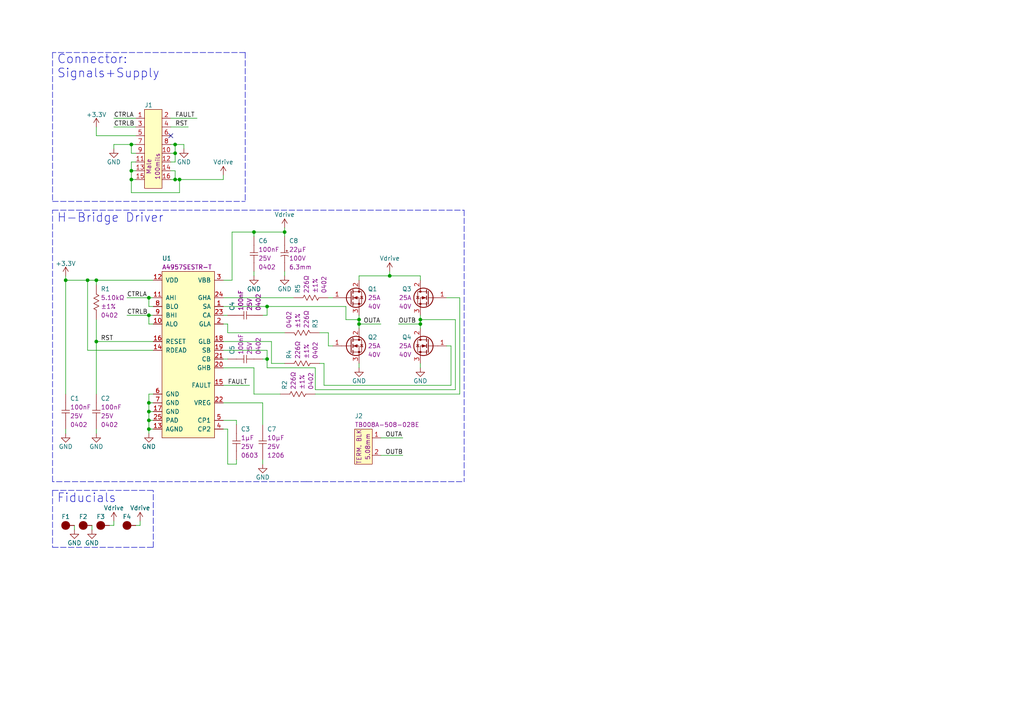
<source format=kicad_sch>
(kicad_sch (version 20211123) (generator eeschema)
  (paper "A4")
  (title_block (title "${title}") (date "${year}-${month}-${day}") (rev "${rev}") (company "${company}") (comment 1 "${author}"))
  (lib_symbols
    (symbol "FID_1X1_1" (pin_numbers hide) (pin_names (offset 1.016) hide) (in_bom no)
      (property "Reference" "F" (at 0 2.54 0))
      (symbol "FID_1X1_1_0_1"
        (circle (center 0 0) (radius 0.635) (stroke (width 1.27)))
      )
      (symbol "FID_1X1_1_1_1"
        (pin input line (at 2.54 0 180) (length 2.54) (name "1") (number "1"))
      )
    )
    (symbol "FID_1X1_2" (pin_numbers hide) (pin_names (offset 1.016) hide) (in_bom no)
      (property "Reference" "F" (at 0 2.54 0))
      (symbol "FID_1X1_2_0_1"
        (circle (center 0 0) (radius 0.635) (stroke (width 1.27)))
      )
      (symbol "FID_1X1_2_1_1"
        (pin input line (at 2.54 0 180) (length 2.54) (name "1") (number "1"))
      )
    )
    (symbol "FID_1X1_3" (pin_numbers hide) (pin_names (offset 1.016) hide) (in_bom no)
      (property "Reference" "F" (at 0 2.54 0))
      (symbol "FID_1X1_3_0_1"
        (circle (center 0 0) (radius 0.635) (stroke (width 1.27)))
      )
      (symbol "FID_1X1_3_1_1"
        (pin input line (at 2.54 0 180) (length 2.54) (name "1") (number "1"))
      )
    )
    (symbol "connaxio-capacitors:CAP_AE_22UF_100V_TH_6.3MM" (pin_numbers hide) (pin_names (offset 1.016) hide)
      (property "Reference" "C" (at 1.27 3.81 0))
      (property "Property" "22µF" (at 1.27 1.27 0))
      (property "Package" "6.3mm" (at 1.27 -3.81 0))
      (property "Voltage" "100V" (at 1.27 -1.27 0))
      (symbol "CAP_AE_22UF_100V_TH_6.3MM_0_1"
        (polyline (pts (xy -1.143 0.381) (xy 1.143 0.381)))
        (polyline (pts (xy 0 -2.54) (xy 0 -0.381)))
        (polyline (pts (xy 0 2.54) (xy 0 0.381)))
        (polyline (pts (xy 0.381 0.889) (xy 0.889 0.889)))
        (polyline (pts (xy 0.635 0.635) (xy 0.635 1.143)))
        (arc (start 1.143 -0.635) (mid 0 -0.378) (end -1.143 -0.635))
      )
      (symbol "CAP_AE_22UF_100V_TH_6.3MM_1_0"
        (pin passive line (at 0 -5.08 90) (length 2.54) (name "2") (number "2"))
      )
      (symbol "CAP_AE_22UF_100V_TH_6.3MM_1_1"
        (pin passive line (at 0 5.08 270) (length 2.54) (name "1") (number "1"))
      )
    )
    (symbol "connaxio-capacitors:CAP_CER_100NF_25V_0402" (pin_numbers hide) (pin_names (offset 1.016) hide)
      (property "Reference" "C" (at 1.27 3.81 0))
      (property "Property" "100nF" (at 1.27 1.27 0))
      (property "Package" "0402" (at 1.27 -3.81 0))
      (property "Voltage" "25V" (at 1.27 -1.27 0))
      (symbol "CAP_CER_100NF_25V_0402_0_1"
        (polyline (pts (xy -1.143 0.381) (xy 1.143 0.381)))
        (polyline (pts (xy 0 -2.54) (xy 0 -0.381)))
        (polyline (pts (xy 0 2.54) (xy 0 0.381)))
        (polyline (pts (xy 1.143 -0.381) (xy -1.143 -0.381)))
      )
      (symbol "CAP_CER_100NF_25V_0402_1_0"
        (pin passive line (at 0 -5.08 90) (length 2.54) (name "2") (number "2"))
      )
      (symbol "CAP_CER_100NF_25V_0402_1_1"
        (pin passive line (at 0 5.08 270) (length 2.54) (name "1") (number "1"))
      )
    )
    (symbol "connaxio-capacitors:CAP_CER_10UF_25V_1206" (pin_numbers hide) (pin_names (offset 1.016) hide)
      (property "Reference" "C" (at 1.27 3.81 0))
      (property "Property" "10µF" (at 1.27 1.27 0))
      (property "Package" "1206" (at 1.27 -3.81 0))
      (property "Voltage" "25V" (at 1.27 -1.27 0))
      (symbol "CAP_CER_10UF_25V_1206_0_1"
        (polyline (pts (xy -1.143 0.381) (xy 1.143 0.381)))
        (polyline (pts (xy 0 -2.54) (xy 0 -0.381)))
        (polyline (pts (xy 0 2.54) (xy 0 0.381)))
        (polyline (pts (xy 1.143 -0.381) (xy -1.143 -0.381)))
      )
      (symbol "CAP_CER_10UF_25V_1206_1_0"
        (pin passive line (at 0 -5.08 90) (length 2.54) (name "2") (number "2"))
      )
      (symbol "CAP_CER_10UF_25V_1206_1_1"
        (pin passive line (at 0 5.08 270) (length 2.54) (name "1") (number "1"))
      )
    )
    (symbol "connaxio-capacitors:CAP_CER_1UF_25V_0603" (pin_numbers hide) (pin_names (offset 1.016) hide)
      (property "Reference" "C" (at 1.27 3.81 0))
      (property "Property" "1µF" (at 1.27 1.27 0))
      (property "Package" "0603" (at 1.27 -3.81 0))
      (property "Voltage" "25V" (at 1.27 -1.27 0))
      (symbol "CAP_CER_1UF_25V_0603_0_1"
        (polyline (pts (xy -1.143 0.381) (xy 1.143 0.381)))
        (polyline (pts (xy 0 -2.54) (xy 0 -0.381)))
        (polyline (pts (xy 0 2.54) (xy 0 0.381)))
        (polyline (pts (xy 1.143 -0.381) (xy -1.143 -0.381)))
      )
      (symbol "CAP_CER_1UF_25V_0603_1_0"
        (pin passive line (at 0 -5.08 90) (length 2.54) (name "2") (number "2"))
      )
      (symbol "CAP_CER_1UF_25V_0603_1_1"
        (pin passive line (at 0 5.08 270) (length 2.54) (name "1") (number "1"))
      )
    )
    (symbol "connaxio-connectors:CON_HDR_100MILS_M_TH_2X8" (pin_names (offset 1.27) hide)
      (property "Reference" "J" (at 0 1.27 0))
      (property "Property" "100mils" (at 3.81 -16.51 90))
      (property "Note" "Male" (at 1.27 -16.51 90))
      (symbol "CON_HDR_100MILS_M_TH_2X8_0_1"
        (rectangle (start 0 0) (end 5.08 -22.86) (fill (type background)))
      )
      (symbol "CON_HDR_100MILS_M_TH_2X8_1_1"
        (pin passive line (at -2.54 -2.54 0) (length 2.54) (name "1") (number "1"))
        (pin passive line (at 7.62 -12.7 180) (length 2.54) (name "10") (number "10"))
        (pin passive line (at -2.54 -15.24 0) (length 2.54) (name "11") (number "11"))
        (pin passive line (at 7.62 -15.24 180) (length 2.54) (name "12") (number "12"))
        (pin passive line (at -2.54 -17.78 0) (length 2.54) (name "13") (number "13"))
        (pin passive line (at 7.62 -17.78 180) (length 2.54) (name "14") (number "14"))
        (pin passive line (at -2.54 -20.32 0) (length 2.54) (name "15") (number "15"))
        (pin passive line (at 7.62 -20.32 180) (length 2.54) (name "16") (number "16"))
        (pin passive line (at 7.62 -2.54 180) (length 2.54) (name "2") (number "2"))
        (pin passive line (at -2.54 -5.08 0) (length 2.54) (name "3") (number "3"))
        (pin passive line (at 7.62 -5.08 180) (length 2.54) (name "4") (number "4"))
        (pin passive line (at -2.54 -7.62 0) (length 2.54) (name "5") (number "5"))
        (pin passive line (at 7.62 -7.62 180) (length 2.54) (name "6") (number "6"))
        (pin passive line (at -2.54 -10.16 0) (length 2.54) (name "7") (number "7"))
        (pin passive line (at 7.62 -10.16 180) (length 2.54) (name "8") (number "8"))
        (pin passive line (at -2.54 -12.7 0) (length 2.54) (name "9") (number "9"))
      )
    )
    (symbol "connaxio-connectors:CON_TERM_BLK_1X2_TB008A-508-02BE" (pin_names (offset 1.27) hide)
      (property "Reference" "J" (at 0 3.81 0))
      (property "Manufacturer Part Number" "TB008A-508-02BE" (at 0 1.27 0))
      (property "Note" "TERM. BLK" (at 1.27 -5.08 90))
      (property "Property" "5.08mm" (at 3.81 -5.08 90))
      (symbol "CON_TERM_BLK_1X2_TB008A-508-02BE_0_1"
        (rectangle (start 0 0) (end 5.08 -10.16) (fill (type background)))
      )
      (symbol "CON_TERM_BLK_1X2_TB008A-508-02BE_1_1"
        (pin passive line (at 7.62 -2.54 180) (length 2.54) (name "1") (number "1"))
        (pin passive line (at 7.62 -7.62 180) (length 2.54) (name "2") (number "2"))
      )
    )
    (symbol "connaxio-ic:DRV_A4957SESTR-T" (pin_names (offset 1.016))
      (property "Reference" "U" (at 0 3.81 0))
      (property "Manufacturer Part Number" "A4957SESTR-T" (at 0 1.27 0))
      (symbol "DRV_A4957SESTR-T_0_1"
        (rectangle (start 0 0) (end 15.24 -48.26) (fill (type background)))
      )
      (symbol "DRV_A4957SESTR-T_1_1"
        (pin input line (at 17.78 -10.16 180) (length 2.54) (name "SA") (number "1"))
        (pin input line (at -2.54 -15.24 0) (length 2.54) (name "ALO") (number "10"))
        (pin input line (at -2.54 -7.62 0) (length 2.54) (name "AHI") (number "11"))
        (pin power_in line (at -2.54 -2.54 0) (length 2.54) (name "VDD") (number "12"))
        (pin power_in line (at -2.54 -45.72 0) (length 2.54) (name "AGND") (number "13"))
        (pin input line (at -2.54 -22.86 0) (length 2.54) (name "RDEAD") (number "14"))
        (pin open_collector line (at 17.78 -33.02 180) (length 2.54) (name "FAULT") (number "15"))
        (pin input line (at -2.54 -20.32 0) (length 2.54) (name "RESET") (number "16"))
        (pin power_in line (at -2.54 -40.64 0) (length 2.54) (name "GND") (number "17"))
        (pin output line (at 17.78 -20.32 180) (length 2.54) (name "GLB") (number "18"))
        (pin input line (at 17.78 -22.86 180) (length 2.54) (name "SB") (number "19"))
        (pin output line (at 17.78 -15.24 180) (length 2.54) (name "GLA") (number "2"))
        (pin output line (at 17.78 -27.94 180) (length 2.54) (name "GHB") (number "20"))
        (pin input line (at 17.78 -25.4 180) (length 2.54) (name "CB") (number "21"))
        (pin input line (at 17.78 -38.1 180) (length 2.54) (name "VREG") (number "22"))
        (pin input line (at 17.78 -12.7 180) (length 2.54) (name "CA") (number "23"))
        (pin output line (at 17.78 -7.62 180) (length 2.54) (name "GHA") (number "24"))
        (pin power_in line (at -2.54 -43.18 0) (length 2.54) (name "PAD") (number "25"))
        (pin power_in line (at 17.78 -2.54 180) (length 2.54) (name "VBB") (number "3"))
        (pin input line (at 17.78 -45.72 180) (length 2.54) (name "CP2") (number "4"))
        (pin input line (at 17.78 -43.18 180) (length 2.54) (name "CP1") (number "5"))
        (pin power_in line (at -2.54 -35.56 0) (length 2.54) (name "GND") (number "6"))
        (pin power_in line (at -2.54 -38.1 0) (length 2.54) (name "GND") (number "7"))
        (pin input line (at -2.54 -10.16 0) (length 2.54) (name "BLO") (number "8"))
        (pin input line (at -2.54 -12.7 0) (length 2.54) (name "BHI") (number "9"))
      )
    )
    (symbol "connaxio-mechanical:FID_1X1" (pin_numbers hide) (pin_names (offset 1.016) hide) (in_bom no)
      (property "Reference" "F" (at 0 2.54 0))
      (symbol "FID_1X1_0_1"
        (circle (center 0 0) (radius 0.635) (stroke (width 1.27)))
      )
      (symbol "FID_1X1_1_1"
        (pin input line (at 2.54 0 180) (length 2.54) (name "1") (number "1"))
      )
    )
    (symbol "connaxio-resistors:RES_226Ω_1%_0402" (pin_numbers hide) (pin_names (offset 1.27) hide)
      (property "Reference" "R" (at 1.27 3.81 0))
      (property "Package" "0402" (at 1.27 -3.81 0))
      (property "Property" "226Ω" (at 1.27 1.27 0))
      (property "Tolerance" "±1%" (at 1.27 -1.27 0))
      (symbol "RES_226Ω_1%_0402_0_1"
        (polyline (pts (xy 0 3.302) (xy 0 3.302)))
        (polyline (pts (xy 0 2.286) (xy 0.762 1.905) (xy -0.762 1.143) (xy 0.762 0.381) (xy -0.762 -0.381) (xy 0.762 -1.143) (xy -0.762 -1.905) (xy 0 -2.286)))
      )
      (symbol "RES_226Ω_1%_0402_1_1"
        (pin passive line (at 0 5.08 270) (length 2.794) (name "1") (number "1"))
        (pin passive line (at 0 -5.08 90) (length 2.794) (name "2") (number "2"))
      )
    )
    (symbol "connaxio-resistors:RES_5.10KΩ_1%_0402" (pin_numbers hide) (pin_names (offset 1.27) hide)
      (property "Reference" "R" (at 1.27 3.81 0))
      (property "Package" "0402" (at 1.27 -3.81 0))
      (property "Property" "5.10kΩ" (at 1.27 1.27 0))
      (property "Tolerance" "±1%" (at 1.27 -1.27 0))
      (symbol "RES_5.10KΩ_1%_0402_0_1"
        (polyline (pts (xy 0 3.302) (xy 0 3.302)))
        (polyline (pts (xy 0 2.286) (xy 0.762 1.905) (xy -0.762 1.143) (xy 0.762 0.381) (xy -0.762 -0.381) (xy 0.762 -1.143) (xy -0.762 -1.905) (xy 0 -2.286)))
      )
      (symbol "RES_5.10KΩ_1%_0402_1_1"
        (pin passive line (at 0 5.08 270) (length 2.794) (name "1") (number "1"))
        (pin passive line (at 0 -5.08 90) (length 2.794) (name "2") (number "2"))
      )
    )
    (symbol "connaxio-transistors:TRX_NMOS_PJD40N04_L2_00001" (pin_names (offset 1.016) hide)
      (property "Reference" "Q" (at 3.81 2.54 0))
      (property "Current" "25A" (at 3.81 0 0))
      (property "Voltage" "40V" (at 3.81 -2.54 0))
      (symbol "TRX_NMOS_PJD40N04_L2_00001_0_1"
        (polyline (pts (xy -1.016 0) (xy -3.81 0)))
        (polyline (pts (xy -1.016 1.905) (xy -1.016 -1.905)) (stroke (width 0.254)))
        (polyline (pts (xy -0.508 -1.27) (xy -0.508 -2.286)) (stroke (width 0.254)))
        (polyline (pts (xy -0.508 0.508) (xy -0.508 -0.508)) (stroke (width 0.254)))
        (polyline (pts (xy -0.508 2.286) (xy -0.508 1.27)) (stroke (width 0.254)))
        (polyline (pts (xy 1.27 2.54) (xy 1.27 1.778)))
        (polyline (pts (xy 1.651 0.381) (xy 2.413 0.381)))
        (polyline (pts (xy 1.27 -2.54) (xy 1.27 0) (xy -0.508 0)))
        (polyline (pts (xy -0.508 -1.778) (xy 2.032 -1.778) (xy 2.032 1.778) (xy -0.508 1.778)))
        (polyline (pts (xy -0.254 0) (xy 0.762 0.381) (xy 0.762 -0.381) (xy -0.254 0)) (fill (type outline)))
        (polyline (pts (xy 2.032 0.381) (xy 1.651 -0.254) (xy 2.413 -0.254) (xy 2.032 0.381)))
        (circle (center 0.381 0) (radius 2.794) (stroke (width 0.254)))
        (circle (center 1.27 -1.778) (radius 0.254) (fill (type outline)))
        (circle (center 1.27 1.778) (radius 0.254) (fill (type outline)))
      )
      (symbol "TRX_NMOS_PJD40N04_L2_00001_1_1"
        (pin input line (at -6.35 0 0) (length 2.54) (name "G") (number "1"))
        (pin passive line (at 1.27 5.08 270) (length 2.54) (name "D") (number "2"))
        (pin passive line (at 1.27 -5.08 90) (length 2.54) (name "S") (number "3"))
      )
    )
    (symbol "power:+3.3V" (power) (pin_names (offset 0))
      (property "Value" "+3.3V" (at 0 3.556 0))
      (symbol "+3.3V_0_1"
        (polyline (pts (xy -0.762 1.27) (xy 0 2.54)))
        (polyline (pts (xy 0 0) (xy 0 2.54)))
        (polyline (pts (xy 0 2.54) (xy 0.762 1.27)))
      )
      (symbol "+3.3V_1_1"
        (pin power_in line (at 0 0 90) (length 0) hide (name "+3.3V") (number "1"))
      )
    )
    (symbol "power:GND" (power) (pin_names (offset 0))
      (property "Value" "GND" (at 0 -3.81 0))
      (symbol "GND_0_1"
        (polyline (pts (xy 0 0) (xy 0 -1.27) (xy 1.27 -1.27) (xy 0 -2.54) (xy -1.27 -1.27) (xy 0 -1.27)))
      )
      (symbol "GND_1_1"
        (pin power_in line (at 0 0 270) (length 0) hide (name "GND") (number "1"))
      )
    )
    (symbol "power:Vdrive" (power) (pin_names (offset 0))
      (property "Value" "Vdrive" (at 0 3.81 0))
      (symbol "Vdrive_0_1"
        (polyline (pts (xy -0.762 1.27) (xy 0 2.54)))
        (polyline (pts (xy 0 0) (xy 0 2.54)))
        (polyline (pts (xy 0 2.54) (xy 0.762 1.27)))
      )
      (symbol "Vdrive_1_1"
        (pin power_in line (at 0 0 90) (length 0) hide (name "Vdrive") (number "1"))
      )
    )
  )
  (junction (at 27.94 81.28))
  (junction (at 104.14 92.71))
  (junction (at 73.66 67.31))
  (junction (at 52.07 52.07))
  (junction (at 50.8 44.45))
  (junction (at 43.18 124.46))
  (junction (at 43.18 119.38))
  (junction (at 50.8 41.91))
  (junction (at 38.1 49.53))
  (junction (at 38.1 41.91))
  (junction (at 19.05 81.28))
  (junction (at 77.47 88.9))
  (junction (at 82.55 67.31))
  (junction (at 43.18 91.44))
  (junction (at 113.03 80.01))
  (junction (at 121.92 93.98))
  (junction (at 43.18 86.36))
  (junction (at 43.18 116.84))
  (junction (at 50.8 52.07))
  (junction (at 104.14 93.98))
  (junction (at 43.18 121.92))
  (junction (at 121.92 92.71))
  (junction (at 27.94 99.06))
  (junction (at 77.47 104.14))
  (junction (at 25.4 81.28))
  (junction (at 38.1 52.07))
  (no_connect (at 49.53 39.37))
  (wire (pts (xy 43.18 124.46) (xy 43.18 125.73)))
  (wire (pts (xy 43.18 116.84) (xy 44.45 116.84)))
  (wire (pts (xy 52.07 52.07) (xy 52.07 55.88)))
  (wire (pts (xy 95.25 96.52) (xy 95.25 100.33)))
  (polyline (pts (xy 44.45 158.75) (xy 44.45 142.24)))
  (wire (pts (xy 130.81 111.76) (xy 93.98 111.76)))
  (wire (pts (xy 64.77 93.98) (xy 66.04 93.98)))
  (wire (pts (xy 121.92 81.28) (xy 121.92 80.01)))
  (wire (pts (xy 64.77 50.8) (xy 64.77 52.07)))
  (polyline (pts (xy 88.9 139.7) (xy 134.62 139.7)))
  (wire (pts (xy 39.37 152.4) (xy 40.64 152.4)))
  (wire (pts (xy 92.71 105.41) (xy 93.98 105.41)))
  (wire (pts (xy 38.1 46.99) (xy 38.1 49.53)))
  (wire (pts (xy 38.1 41.91) (xy 38.1 44.45)))
  (wire (pts (xy 25.4 101.6) (xy 25.4 81.28)))
  (polyline (pts (xy 15.24 15.24) (xy 15.24 58.42)))
  (wire (pts (xy 100.33 92.71) (xy 104.14 92.71)))
  (wire (pts (xy 36.83 91.44) (xy 43.18 91.44)))
  (wire (pts (xy 77.47 101.6) (xy 77.47 104.14)))
  (wire (pts (xy 27.94 36.83) (xy 27.94 39.37)))
  (polyline (pts (xy 134.62 60.96) (xy 134.62 139.7)))
  (wire (pts (xy 38.1 52.07) (xy 39.37 52.07)))
  (wire (pts (xy 38.1 52.07) (xy 38.1 55.88)))
  (wire (pts (xy 33.02 34.29) (xy 39.37 34.29)))
  (wire (pts (xy 121.92 105.41) (xy 121.92 106.68)))
  (wire (pts (xy 110.49 132.08) (xy 116.84 132.08)))
  (wire (pts (xy 33.02 152.4) (xy 33.02 151.13)))
  (wire (pts (xy 27.94 39.37) (xy 39.37 39.37)))
  (wire (pts (xy 50.8 41.91) (xy 53.34 41.91)))
  (wire (pts (xy 38.1 44.45) (xy 39.37 44.45)))
  (wire (pts (xy 43.18 88.9) (xy 44.45 88.9)))
  (wire (pts (xy 64.77 91.44) (xy 66.04 91.44)))
  (wire (pts (xy 68.58 121.92) (xy 68.58 123.19)))
  (wire (pts (xy 64.77 101.6) (xy 77.47 101.6)))
  (wire (pts (xy 82.55 66.04) (xy 82.55 67.31)))
  (wire (pts (xy 78.74 99.06) (xy 64.77 99.06)))
  (polyline (pts (xy 15.24 60.96) (xy 134.62 60.96)))
  (wire (pts (xy 64.77 81.28) (xy 67.31 81.28)))
  (wire (pts (xy 50.8 52.07) (xy 52.07 52.07)))
  (wire (pts (xy 33.02 36.83) (xy 39.37 36.83)))
  (wire (pts (xy 27.94 81.28) (xy 44.45 81.28)))
  (wire (pts (xy 67.31 67.31) (xy 73.66 67.31)))
  (wire (pts (xy 104.14 91.44) (xy 104.14 92.71)))
  (wire (pts (xy 43.18 116.84) (xy 43.18 119.38)))
  (wire (pts (xy 64.77 116.84) (xy 76.2 116.84)))
  (wire (pts (xy 21.59 152.4) (xy 21.59 153.67)))
  (wire (pts (xy 26.67 152.4) (xy 26.67 153.67)))
  (wire (pts (xy 38.1 41.91) (xy 33.02 41.91)))
  (wire (pts (xy 82.55 67.31) (xy 82.55 68.58)))
  (wire (pts (xy 50.8 44.45) (xy 50.8 46.99)))
  (wire (pts (xy 39.37 41.91) (xy 38.1 41.91)))
  (wire (pts (xy 130.81 100.33) (xy 130.81 111.76)))
  (wire (pts (xy 110.49 127) (xy 116.84 127)))
  (wire (pts (xy 73.66 78.74) (xy 73.66 80.01)))
  (wire (pts (xy 121.92 91.44) (xy 121.92 92.71)))
  (wire (pts (xy 66.04 93.98) (xy 66.04 96.52)))
  (wire (pts (xy 121.92 93.98) (xy 121.92 95.25)))
  (wire (pts (xy 38.1 49.53) (xy 38.1 52.07)))
  (wire (pts (xy 27.94 81.28) (xy 27.94 82.55)))
  (wire (pts (xy 129.54 86.36) (xy 133.35 86.36)))
  (wire (pts (xy 91.44 106.68) (xy 91.44 113.03)))
  (wire (pts (xy 19.05 81.28) (xy 25.4 81.28)))
  (wire (pts (xy 27.94 92.71) (xy 27.94 99.06)))
  (wire (pts (xy 77.47 106.68) (xy 91.44 106.68)))
  (wire (pts (xy 113.03 80.01) (xy 104.14 80.01)))
  (wire (pts (xy 77.47 104.14) (xy 77.47 106.68)))
  (polyline (pts (xy 15.24 142.24) (xy 44.45 142.24)))
  (wire (pts (xy 49.53 52.07) (xy 50.8 52.07)))
  (wire (pts (xy 19.05 81.28) (xy 19.05 80.01)))
  (wire (pts (xy 43.18 121.92) (xy 44.45 121.92)))
  (wire (pts (xy 44.45 114.3) (xy 43.18 114.3)))
  (wire (pts (xy 121.92 92.71) (xy 121.92 93.98)))
  (wire (pts (xy 95.25 96.52) (xy 92.71 96.52)))
  (polyline (pts (xy 71.12 15.24) (xy 71.12 58.42)))
  (polyline (pts (xy 15.24 58.42) (xy 71.12 58.42)))
  (wire (pts (xy 64.77 111.76) (xy 72.39 111.76)))
  (wire (pts (xy 95.25 86.36) (xy 96.52 86.36)))
  (wire (pts (xy 52.07 52.07) (xy 64.77 52.07)))
  (wire (pts (xy 64.77 88.9) (xy 77.47 88.9)))
  (wire (pts (xy 50.8 41.91) (xy 50.8 44.45)))
  (wire (pts (xy 113.03 78.74) (xy 113.03 80.01)))
  (wire (pts (xy 25.4 81.28) (xy 27.94 81.28)))
  (wire (pts (xy 43.18 119.38) (xy 43.18 121.92)))
  (wire (pts (xy 82.55 78.74) (xy 82.55 80.01)))
  (polyline (pts (xy 15.24 142.24) (xy 15.24 158.75)))
  (wire (pts (xy 40.64 152.4) (xy 40.64 151.13)))
  (wire (pts (xy 49.53 41.91) (xy 50.8 41.91)))
  (wire (pts (xy 73.66 106.68) (xy 73.66 114.3)))
  (wire (pts (xy 77.47 88.9) (xy 77.47 91.44)))
  (wire (pts (xy 25.4 101.6) (xy 44.45 101.6)))
  (wire (pts (xy 27.94 99.06) (xy 44.45 99.06)))
  (wire (pts (xy 53.34 41.91) (xy 53.34 43.18)))
  (wire (pts (xy 76.2 91.44) (xy 77.47 91.44)))
  (wire (pts (xy 104.14 93.98) (xy 110.49 93.98)))
  (wire (pts (xy 49.53 46.99) (xy 50.8 46.99)))
  (wire (pts (xy 43.18 114.3) (xy 43.18 116.84)))
  (wire (pts (xy 81.28 114.3) (xy 73.66 114.3)))
  (wire (pts (xy 104.14 92.71) (xy 104.14 93.98)))
  (wire (pts (xy 43.18 86.36) (xy 43.18 88.9)))
  (wire (pts (xy 27.94 99.06) (xy 27.94 114.3)))
  (polyline (pts (xy 71.12 15.24) (xy 71.12 15.24)))
  (wire (pts (xy 50.8 52.07) (xy 50.8 49.53)))
  (wire (pts (xy 64.77 121.92) (xy 68.58 121.92)))
  (wire (pts (xy 91.44 114.3) (xy 133.35 114.3)))
  (wire (pts (xy 43.18 93.98) (xy 44.45 93.98)))
  (wire (pts (xy 49.53 44.45) (xy 50.8 44.45)))
  (wire (pts (xy 49.53 49.53) (xy 50.8 49.53)))
  (wire (pts (xy 104.14 80.01) (xy 104.14 81.28)))
  (wire (pts (xy 67.31 67.31) (xy 67.31 81.28)))
  (wire (pts (xy 68.58 134.62) (xy 66.04 134.62)))
  (wire (pts (xy 64.77 104.14) (xy 66.04 104.14)))
  (wire (pts (xy 91.44 113.03) (xy 132.08 113.03)))
  (wire (pts (xy 43.18 121.92) (xy 43.18 124.46)))
  (wire (pts (xy 36.83 86.36) (xy 43.18 86.36)))
  (wire (pts (xy 93.98 111.76) (xy 93.98 105.41)))
  (wire (pts (xy 66.04 134.62) (xy 66.04 124.46)))
  (wire (pts (xy 33.02 41.91) (xy 33.02 43.18)))
  (wire (pts (xy 132.08 92.71) (xy 121.92 92.71)))
  (wire (pts (xy 19.05 114.3) (xy 19.05 81.28)))
  (wire (pts (xy 78.74 99.06) (xy 78.74 105.41)))
  (wire (pts (xy 129.54 100.33) (xy 130.81 100.33)))
  (wire (pts (xy 104.14 105.41) (xy 104.14 106.68)))
  (wire (pts (xy 115.57 93.98) (xy 121.92 93.98)))
  (wire (pts (xy 76.2 133.35) (xy 76.2 134.62)))
  (wire (pts (xy 44.45 86.36) (xy 43.18 86.36)))
  (wire (pts (xy 73.66 106.68) (xy 64.77 106.68)))
  (wire (pts (xy 66.04 124.46) (xy 64.77 124.46)))
  (wire (pts (xy 31.75 152.4) (xy 33.02 152.4)))
  (wire (pts (xy 43.18 124.46) (xy 44.45 124.46)))
  (wire (pts (xy 133.35 86.36) (xy 133.35 114.3)))
  (wire (pts (xy 27.94 124.46) (xy 27.94 125.73)))
  (wire (pts (xy 76.2 104.14) (xy 77.47 104.14)))
  (wire (pts (xy 19.05 124.46) (xy 19.05 125.73)))
  (wire (pts (xy 66.04 96.52) (xy 82.55 96.52)))
  (polyline (pts (xy 88.9 139.7) (xy 15.24 139.7)))
  (wire (pts (xy 76.2 116.84) (xy 76.2 123.19)))
  (wire (pts (xy 132.08 113.03) (xy 132.08 92.71)))
  (wire (pts (xy 43.18 91.44) (xy 43.18 93.98)))
  (polyline (pts (xy 71.12 15.24) (xy 15.24 15.24)))
  (wire (pts (xy 49.53 36.83) (xy 54.61 36.83)))
  (wire (pts (xy 38.1 55.88) (xy 52.07 55.88)))
  (wire (pts (xy 82.55 105.41) (xy 78.74 105.41)))
  (wire (pts (xy 68.58 133.35) (xy 68.58 134.62)))
  (wire (pts (xy 77.47 88.9) (xy 100.33 88.9)))
  (wire (pts (xy 38.1 46.99) (xy 39.37 46.99)))
  (wire (pts (xy 49.53 34.29) (xy 57.15 34.29)))
  (wire (pts (xy 113.03 80.01) (xy 121.92 80.01)))
  (polyline (pts (xy 15.24 139.7) (xy 15.24 60.96)))
  (wire (pts (xy 39.37 49.53) (xy 38.1 49.53)))
  (polyline (pts (xy 15.24 158.75) (xy 44.45 158.75)))
  (wire (pts (xy 43.18 119.38) (xy 44.45 119.38)))
  (wire (pts (xy 95.25 100.33) (xy 96.52 100.33)))
  (wire (pts (xy 44.45 91.44) (xy 43.18 91.44)))
  (wire (pts (xy 64.77 86.36) (xy 85.09 86.36)))
  (wire (pts (xy 73.66 67.31) (xy 82.55 67.31)))
  (wire (pts (xy 100.33 88.9) (xy 100.33 92.71)))
  (wire (pts (xy 73.66 68.58) (xy 73.66 67.31)))
  (wire (pts (xy 104.14 93.98) (xy 104.14 95.25)))
  (text "Fiducials" (at 16.51 146.05 0) (effects (font (size 2.54 2.54)) (justify left bottom)))
  (text "H-Bridge Driver" (at 16.51 64.77 0) (effects (font (size 2.54 2.54)) (justify left bottom)))
  (text "Connector: \nSignals+Supply\n" (at 16.51 22.86 0) (effects (font (size 2.54 2.54)) (justify left bottom)))
  (label "CTRLB" (at 36.83 91.44 0))
  (label "FAULT" (at 50.8 34.29 0))
  (label "CTRLA" (at 33.02 34.29 0))
  (label "OUTA" (at 111.76 127 0))
  (label "OUTB" (at 115.57 93.98 0))
  (label "RST" (at 50.8 36.83 0))
  (label "FAULT" (at 66.04 111.76 0))
  (label "CTRLB" (at 33.02 36.83 0))
  (label "OUTA" (at 105.41 93.98 0))
  (label "OUTB" (at 111.76 132.08 0))
  (label "CTRLA" (at 36.83 86.36 0))
  (label "RST" (at 29.21 99.06 0))
  (symbol (lib_id "power:GND") (at 121.92 106.68 0) (unit 1)
    (property "Reference" "#PWR015" (effects hide))
    (property "Value" "GND" (at 121.92 110.49 0))
  )
  (symbol (lib_id "connaxio-mechanical:FID_1X1") (at 19.05 152.4 0) (unit 1) (in_bom no)
    (property "Reference" "F1" (at 19.05 149.86 0))
    (property "Value" "FID_1X1" (effects hide))
    (property "Footprint" "connaxio-mechanical:FID_1X1" (effects hide))
  )
  (symbol (lib_id "power:GND") (at 53.34 43.18 0) (unit 1)
    (property "Reference" "#PWR07" (effects hide))
    (property "Value" "GND" (at 53.34 46.99 0))
  )
  (symbol (lib_id "connaxio-transistors:TRX_NMOS_PJD40N04_L2_00001") (at 102.87 100.33 0) (unit 1)
    (property "Reference" "Q2" (at 106.68 97.79 0) (effects (justify left)))
    (property "Value" "TRX_NMOS_PJD40N04_L2_00001" (effects hide))
    (property "Footprint" "connaxio-sop:TO-252-3" (effects hide))
    (property "Datasheet" "https://www.panjit.com.tw/upload/datasheet/PJD40N04.pdf" (effects hide))
    (property "Current" "25A" (at 106.68 100.33 0) (effects (justify left)))
    (property "Manufacturer" "Alpha & Omega Semiconductor Inc." (effects hide))
    (property "Manufacturer Part Number" "AOD4189" (effects hide))
    (property "Package" "TO-252-3" (effects hide))
    (property "Polarized" "Yes" (effects hide))
    (property "Temperature" "-55°C to +150°C" (effects hide))
    (property "Voltage" "40V" (at 106.68 102.87 0) (effects (justify left)))
    (property "Property" "NMOS" (effects hide))
  )
  (symbol (lib_name "FID_1X1_3") (lib_id "connaxio-mechanical:FID_1X1") (at 36.83 152.4 0) (unit 1) (in_bom no)
    (property "Reference" "F4" (at 36.83 149.86 0))
    (property "Value" "FID_1X1" (effects hide))
    (property "Footprint" "connaxio-mechanical:FID_1X1" (effects hide))
  )
  (symbol (lib_id "power:Vdrive") (at 113.03 78.74 0) (unit 1)
    (property "Reference" "#PWR014" (effects hide))
    (property "Value" "Vdrive" (at 113.03 74.93 0))
  )
  (symbol (lib_id "connaxio-capacitors:CAP_CER_100NF_25V_0402") (at 27.94 119.38 0) (unit 1)
    (property "Reference" "C2" (at 29.21 115.57 0) (effects (justify left)))
    (property "Value" "CAP_CER_100NF_25V_0402" (effects hide))
    (property "Footprint" "connaxio-capacitors:CAP_CER_0402_1005M" (effects hide))
    (property "Datasheet" "https://media.digikey.com/pdf/Data%20Sheets/Samsung%20PDFs/CL05A104KA5NNNC.pdf" (effects hide))
    (property "Property" "100nF" (at 29.21 118.11 0) (effects (justify left)))
    (property "Manufacturer" "Samsung Electro-Mechanics" (effects hide))
    (property "Manufacturer Part Number" "CL05A104KA5NNNC" (effects hide))
    (property "Package" "0402" (at 29.21 123.19 0) (effects (justify left)))
    (property "Polarized" "No" (effects hide))
    (property "Temperature" "-55°C to +85°C" (effects hide))
    (property "Tolerance" "±10%" (effects hide))
    (property "Voltage" "25V" (at 29.21 120.65 0) (effects (justify left)))
  )
  (symbol (lib_name "FID_1X1_2") (lib_id "connaxio-mechanical:FID_1X1") (at 29.21 152.4 0) (unit 1) (in_bom no)
    (property "Reference" "F3" (at 29.21 149.86 0))
    (property "Value" "FID_1X1" (effects hide))
    (property "Footprint" "connaxio-mechanical:FID_1X1" (effects hide))
  )
  (symbol (lib_id "power:Vdrive") (at 64.77 50.8 0) (unit 1)
    (property "Reference" "#PWR08" (effects hide))
    (property "Value" "Vdrive" (at 64.77 46.99 0))
  )
  (symbol (lib_id "power:GND") (at 27.94 125.73 0) (unit 1)
    (property "Reference" "#PWR04" (effects hide))
    (property "Value" "GND" (at 27.94 129.54 0))
  )
  (symbol (lib_id "connaxio-transistors:TRX_NMOS_PJD40N04_L2_00001") (at 123.19 100.33 0) (mirror y) (unit 1)
    (property "Reference" "Q4" (at 119.38 97.79 0) (effects (justify left)))
    (property "Value" "TRX_NMOS_PJD40N04_L2_00001" (effects hide))
    (property "Footprint" "connaxio-sop:TO-252-3" (effects hide))
    (property "Datasheet" "https://www.panjit.com.tw/upload/datasheet/PJD40N04.pdf" (effects hide))
    (property "Current" "25A" (at 119.38 100.33 0) (effects (justify left)))
    (property "Manufacturer" "Alpha & Omega Semiconductor Inc." (effects hide))
    (property "Manufacturer Part Number" "AOD4189" (effects hide))
    (property "Package" "TO-252-3" (effects hide))
    (property "Polarized" "Yes" (effects hide))
    (property "Temperature" "-55°C to +150°C" (effects hide))
    (property "Voltage" "40V" (at 119.38 102.87 0) (effects (justify left)))
    (property "Property" "NMOS" (effects hide))
  )
  (symbol (lib_id "power:Vdrive") (at 82.55 66.04 0) (unit 1)
    (property "Reference" "#PWR011" (effects hide))
    (property "Value" "Vdrive" (at 82.55 62.23 0))
  )
  (symbol (lib_id "connaxio-resistors:RES_226Ω_1%_0402") (at 87.63 105.41 90) (unit 1)
    (property "Reference" "R4" (at 83.82 104.14 0) (effects (justify left)))
    (property "Value" "RES_226Ω_1%_0402" (effects hide))
    (property "Footprint" "connaxio-resistors:RES_0402_1005M" (effects hide))
    (property "Datasheet" "https://www.seielect.com/catalog/sei-rmcf_rmcp.pdf" (effects hide))
    (property "Manufacturer" "Stackpole Electronics Inc" (effects hide))
    (property "Manufacturer Part Number" "RMCF0402FT226R" (effects hide))
    (property "Package" "0402" (at 91.44 104.14 0) (effects (justify left)))
    (property "Polarized" "No" (effects hide))
    (property "Power" "1/16W" (effects hide))
    (property "Property" "226Ω" (at 86.36 104.14 0) (effects (justify left)))
    (property "Temperature" "-55°C to +155°C" (effects hide))
    (property "Tolerance" "±1%" (at 88.9 104.14 0) (effects (justify left)))
    (property "Voltage" "50V" (effects hide))
  )
  (symbol (lib_id "power:Vdrive") (at 40.64 151.13 0) (unit 1)
    (property "Reference" "#PWR?" (effects hide))
    (property "Value" "Vdrive" (at 40.64 147.32 0))
  )
  (symbol (lib_id "connaxio-transistors:TRX_NMOS_PJD40N04_L2_00001") (at 123.19 86.36 0) (mirror y) (unit 1)
    (property "Reference" "Q3" (at 119.38 83.82 0) (effects (justify left)))
    (property "Value" "TRX_NMOS_PJD40N04_L2_00001" (effects hide))
    (property "Footprint" "connaxio-sop:TO-252-3" (effects hide))
    (property "Datasheet" "https://www.panjit.com.tw/upload/datasheet/PJD40N04.pdf" (effects hide))
    (property "Current" "25A" (at 119.38 86.36 0) (effects (justify left)))
    (property "Manufacturer" "Alpha & Omega Semiconductor Inc." (effects hide))
    (property "Manufacturer Part Number" "AOD4189" (effects hide))
    (property "Package" "TO-252-3" (effects hide))
    (property "Polarized" "Yes" (effects hide))
    (property "Temperature" "-55°C to +150°C" (effects hide))
    (property "Voltage" "40V" (at 119.38 88.9 0) (effects (justify left)))
    (property "Property" "NMOS" (effects hide))
  )
  (symbol (lib_id "connaxio-ic:DRV_A4957SESTR-T") (at 46.99 78.74 0) (unit 1)
    (property "Reference" "U1" (at 46.99 74.93 0) (effects (justify left)))
    (property "Value" "DRV_A4957SESTR-T" (effects hide))
    (property "Footprint" "connaxio-fp:QFN-24_4x4_P0.5_EP2.7X2.7" (effects hide))
    (property "Datasheet" "https://www.allegromicro.com/-/media/files/datasheets/a4957-datasheet.pdf" (effects hide))
    (property "Manufacturer" "Allegro MicroSystems" (effects hide))
    (property "Manufacturer Part Number" "A4957SESTR-T" (at 46.99 77.47 0) (effects (justify left)))
    (property "Package" "24-WFQFN_EP" (effects hide))
    (property "Polarized" "Yes" (effects hide))
    (property "RoHS" "Yes" (effects hide))
    (property "Temperature" "-20°C to +85°C" (effects hide))
    (property "Voltage" "50V" (effects hide))
  )
  (symbol (lib_id "power:+3.3V") (at 19.05 80.01 0) (unit 1)
    (property "Reference" "#PWR01" (effects hide))
    (property "Value" "+3.3V" (at 19.05 76.454 0))
  )
  (symbol (lib_id "power:GND") (at 82.55 80.01 0) (unit 1)
    (property "Reference" "#PWR012" (effects hide))
    (property "Value" "GND" (at 82.55 83.82 0))
  )
  (symbol (lib_id "connaxio-capacitors:CAP_CER_100NF_25V_0402") (at 71.12 91.44 90) (unit 1)
    (property "Reference" "C4" (at 67.31 90.17 0) (effects (justify left)))
    (property "Value" "CAP_CER_100NF_25V_0402" (effects hide))
    (property "Footprint" "connaxio-capacitors:CAP_CER_0402_1005M" (effects hide))
    (property "Datasheet" "https://media.digikey.com/pdf/Data%20Sheets/Samsung%20PDFs/CL05A104KA5NNNC.pdf" (effects hide))
    (property "Property" "100nF" (at 69.85 90.17 0) (effects (justify left)))
    (property "Manufacturer" "Samsung Electro-Mechanics" (effects hide))
    (property "Manufacturer Part Number" "CL05A104KA5NNNC" (effects hide))
    (property "Package" "0402" (at 74.93 90.17 0) (effects (justify left)))
    (property "Polarized" "No" (effects hide))
    (property "Temperature" "-55°C to +85°C" (effects hide))
    (property "Tolerance" "±10%" (effects hide))
    (property "Voltage" "25V" (at 72.39 90.17 0) (effects (justify left)))
  )
  (symbol (lib_id "connaxio-resistors:RES_226Ω_1%_0402") (at 90.17 86.36 90) (unit 1)
    (property "Reference" "R5" (at 86.36 85.09 0) (effects (justify left)))
    (property "Value" "RES_226Ω_1%_0402" (effects hide))
    (property "Footprint" "connaxio-resistors:RES_0402_1005M" (effects hide))
    (property "Datasheet" "https://www.seielect.com/catalog/sei-rmcf_rmcp.pdf" (effects hide))
    (property "Manufacturer" "Stackpole Electronics Inc" (effects hide))
    (property "Manufacturer Part Number" "RMCF0402FT226R" (effects hide))
    (property "Package" "0402" (at 93.98 85.09 0) (effects (justify left)))
    (property "Polarized" "No" (effects hide))
    (property "Power" "1/16W" (effects hide))
    (property "Property" "226Ω" (at 88.9 85.09 0) (effects (justify left)))
    (property "Temperature" "-55°C to +155°C" (effects hide))
    (property "Tolerance" "±1%" (at 91.44 85.09 0) (effects (justify left)))
    (property "Voltage" "50V" (effects hide))
  )
  (symbol (lib_id "power:GND") (at 21.59 153.67 0) (unit 1)
    (property "Reference" "#PWR0102" (effects hide))
    (property "Value" "GND" (at 21.59 157.48 0))
  )
  (symbol (lib_id "connaxio-capacitors:CAP_CER_10UF_25V_1206") (at 76.2 128.27 0) (unit 1)
    (property "Reference" "C7" (at 77.47 124.46 0) (effects (justify left)))
    (property "Value" "CAP_CER_10UF_25V_1206" (effects hide))
    (property "Footprint" "connaxio-capacitors:CAP_CER_1206_3216M" (effects hide))
    (property "Datasheet" "https://www.digikey.ca/en/products/detail/samsung-electro-mechanics/CL21B104KCFSFNE/3888581" (effects hide))
    (property "Property" "10µF" (at 77.47 127 0) (effects (justify left)))
    (property "Manufacturer" "Samsung Electro-Mechanics" (effects hide))
    (property "Manufacturer Part Number" "CL31A106KAHNNNE" (effects hide))
    (property "Package" "1206" (at 77.47 132.08 0) (effects (justify left)))
    (property "Polarized" "No" (effects hide))
    (property "Temperature" "-55°C to +85°C" (effects hide))
    (property "Tolerance" "±10%" (effects hide))
    (property "Voltage" "25V" (at 77.47 129.54 0) (effects (justify left)))
  )
  (symbol (lib_id "power:GND") (at 76.2 134.62 0) (unit 1)
    (property "Reference" "#PWR010" (effects hide))
    (property "Value" "GND" (at 76.2 138.43 0))
  )
  (symbol (lib_id "power:Vdrive") (at 33.02 151.13 0) (unit 1)
    (property "Reference" "#PWR?" (effects hide))
    (property "Value" "Vdrive" (at 33.02 147.32 0))
  )
  (symbol (lib_id "connaxio-connectors:CON_HDR_100MILS_M_TH_2X8") (at 41.91 31.75 0) (unit 1)
    (property "Reference" "J1" (at 41.91 30.48 0) (effects (justify left)))
    (property "Value" "CON_HDR_100MILS_M_TH_2X8" (effects hide))
    (property "Footprint" "connaxio-connectors:CON_HDR_100MILS_M_TH_2X8" (effects hide))
    (property "Current" "3A" (effects hide))
    (property "Polarized" "No" (effects hide))
    (property "Temperature" "-40°C to +105°C" (effects hide))
    (property "Property" "100mils" (at 45.72 48.26 90))
    (property "Voltage" "350V" (effects hide))
    (property "Note" "Male" (at 43.18 48.26 90))
    (property "Package" "TH" (effects hide))
  )
  (symbol (lib_id "power:GND") (at 19.05 125.73 0) (unit 1)
    (property "Reference" "#PWR02" (effects hide))
    (property "Value" "GND" (at 19.05 129.54 0))
  )
  (symbol (lib_id "connaxio-capacitors:CAP_CER_100NF_25V_0402") (at 73.66 73.66 0) (unit 1)
    (property "Reference" "C6" (at 74.93 69.85 0) (effects (justify left)))
    (property "Value" "CAP_CER_100NF_25V_0402" (effects hide))
    (property "Footprint" "connaxio-capacitors:CAP_CER_0402_1005M" (effects hide))
    (property "Datasheet" "https://media.digikey.com/pdf/Data%20Sheets/Samsung%20PDFs/CL05A104KA5NNNC.pdf" (effects hide))
    (property "Property" "100nF" (at 74.93 72.39 0) (effects (justify left)))
    (property "Manufacturer" "Samsung Electro-Mechanics" (effects hide))
    (property "Manufacturer Part Number" "CL05A104KA5NNNC" (effects hide))
    (property "Package" "0402" (at 74.93 77.47 0) (effects (justify left)))
    (property "Polarized" "No" (effects hide))
    (property "Temperature" "-55°C to +85°C" (effects hide))
    (property "Tolerance" "±10%" (effects hide))
    (property "Voltage" "25V" (at 74.93 74.93 0) (effects (justify left)))
  )
  (symbol (lib_id "connaxio-connectors:CON_TERM_BLK_1X2_TB008A-508-02BE") (at 102.87 124.46 0) (unit 1)
    (property "Reference" "J2" (at 102.87 120.65 0) (effects (justify left)))
    (property "Value" "CON_TERM_BLK_1X2_TB008A-508-02BE" (effects hide))
    (property "Footprint" "connaxio-connectors:CON_TERM_BLK_1X2_TB008A-508-02BE" (effects hide))
    (property "Datasheet" "https://www.cuidevices.com/product/resource/tb008a-508.pdf" (effects hide))
    (property "Current" "16A" (effects hide))
    (property "Manufacturer" "CUI Devices" (effects hide))
    (property "Manufacturer Part Number" "TB008A-508-02BE" (at 102.87 123.19 0) (effects (justify left)))
    (property "Note" "TERM. BLK" (at 104.14 129.54 90))
    (property "Package" "TH" (effects hide))
    (property "Polarized" "No" (effects hide))
    (property "Property" "5.08mm" (at 106.68 129.54 90))
    (property "Temperature" "-40°C to +105°C" (effects hide))
    (property "Voltage" "300V" (effects hide))
  )
  (symbol (lib_id "connaxio-capacitors:CAP_CER_1UF_25V_0603") (at 68.58 128.27 0) (unit 1)
    (property "Reference" "C3" (at 69.85 124.46 0) (effects (justify left)))
    (property "Value" "CAP_CER_1UF_25V_0603" (effects hide))
    (property "Footprint" "connaxio-capacitors:CAP_CER_0603_1608M" (effects hide))
    (property "Datasheet" "https://media.digikey.com/pdf/Data%20Sheets/Samsung%20PDFs/CL10A105KA8NNNC_Spec.pdf" (effects hide))
    (property "Property" "1µF" (at 69.85 127 0) (effects (justify left)))
    (property "Manufacturer" "Samsung Electro-Mechanics" (effects hide))
    (property "Manufacturer Part Number" "CL10A105KA8NNNC" (effects hide))
    (property "Package" "0603" (at 69.85 132.08 0) (effects (justify left)))
    (property "Polarized" "No" (effects hide))
    (property "Temperature" "-55°C to +85°C" (effects hide))
    (property "Tolerance" "±10%" (effects hide))
    (property "Voltage" "25V" (at 69.85 129.54 0) (effects (justify left)))
  )
  (symbol (lib_id "connaxio-capacitors:CAP_CER_100NF_25V_0402") (at 19.05 119.38 0) (unit 1)
    (property "Reference" "C1" (at 20.32 115.57 0) (effects (justify left)))
    (property "Value" "CAP_CER_100NF_25V_0402" (effects hide))
    (property "Footprint" "connaxio-capacitors:CAP_CER_0402_1005M" (effects hide))
    (property "Datasheet" "https://media.digikey.com/pdf/Data%20Sheets/Samsung%20PDFs/CL05A104KA5NNNC.pdf" (effects hide))
    (property "Property" "100nF" (at 20.32 118.11 0) (effects (justify left)))
    (property "Manufacturer" "Samsung Electro-Mechanics" (effects hide))
    (property "Manufacturer Part Number" "CL05A104KA5NNNC" (effects hide))
    (property "Package" "0402" (at 20.32 123.19 0) (effects (justify left)))
    (property "Polarized" "No" (effects hide))
    (property "Temperature" "-55°C to +85°C" (effects hide))
    (property "Tolerance" "±10%" (effects hide))
    (property "Voltage" "25V" (at 20.32 120.65 0) (effects (justify left)))
  )
  (symbol (lib_id "power:GND") (at 73.66 80.01 0) (unit 1)
    (property "Reference" "#PWR09" (effects hide))
    (property "Value" "GND" (at 73.66 83.82 0))
  )
  (symbol (lib_id "power:GND") (at 104.14 106.68 0) (unit 1)
    (property "Reference" "#PWR013" (effects hide))
    (property "Value" "GND" (at 104.14 110.49 0))
  )
  (symbol (lib_id "power:+3.3V") (at 27.94 36.83 0) (unit 1)
    (property "Reference" "#PWR03" (effects hide))
    (property "Value" "+3.3V" (at 27.94 33.274 0))
  )
  (symbol (lib_id "connaxio-capacitors:CAP_CER_100NF_25V_0402") (at 71.12 104.14 90) (unit 1)
    (property "Reference" "C5" (at 67.31 102.87 0) (effects (justify left)))
    (property "Value" "CAP_CER_100NF_25V_0402" (effects hide))
    (property "Footprint" "connaxio-capacitors:CAP_CER_0402_1005M" (effects hide))
    (property "Datasheet" "https://media.digikey.com/pdf/Data%20Sheets/Samsung%20PDFs/CL05A104KA5NNNC.pdf" (effects hide))
    (property "Property" "100nF" (at 69.85 102.87 0) (effects (justify left)))
    (property "Manufacturer" "Samsung Electro-Mechanics" (effects hide))
    (property "Manufacturer Part Number" "CL05A104KA5NNNC" (effects hide))
    (property "Package" "0402" (at 74.93 102.87 0) (effects (justify left)))
    (property "Polarized" "No" (effects hide))
    (property "Temperature" "-55°C to +85°C" (effects hide))
    (property "Tolerance" "±10%" (effects hide))
    (property "Voltage" "25V" (at 72.39 102.87 0) (effects (justify left)))
  )
  (symbol (lib_id "power:GND") (at 33.02 43.18 0) (unit 1)
    (property "Reference" "#PWR05" (effects hide))
    (property "Value" "GND" (at 33.02 46.99 0))
  )
  (symbol (lib_id "connaxio-resistors:RES_226Ω_1%_0402") (at 87.63 96.52 270) (mirror x) (unit 1)
    (property "Reference" "R3" (at 91.44 95.25 0) (effects (justify left)))
    (property "Value" "RES_226Ω_1%_0402" (effects hide))
    (property "Footprint" "connaxio-resistors:RES_0402_1005M" (effects hide))
    (property "Datasheet" "https://www.seielect.com/catalog/sei-rmcf_rmcp.pdf" (effects hide))
    (property "Manufacturer" "Stackpole Electronics Inc" (effects hide))
    (property "Manufacturer Part Number" "RMCF0402FT226R" (effects hide))
    (property "Package" "0402" (at 83.82 95.25 0) (effects (justify left)))
    (property "Polarized" "No" (effects hide))
    (property "Power" "1/16W" (effects hide))
    (property "Property" "226Ω" (at 88.9 95.25 0) (effects (justify left)))
    (property "Temperature" "-55°C to +155°C" (effects hide))
    (property "Tolerance" "±1%" (at 86.36 95.25 0) (effects (justify left)))
    (property "Voltage" "50V" (effects hide))
  )
  (symbol (lib_id "power:GND") (at 26.67 153.67 0) (unit 1)
    (property "Reference" "#PWR0101" (effects hide))
    (property "Value" "GND" (at 26.67 157.48 0))
  )
  (symbol (lib_id "power:GND") (at 43.18 125.73 0) (unit 1)
    (property "Reference" "#PWR06" (effects hide))
    (property "Value" "GND" (at 43.18 129.54 0))
  )
  (symbol (lib_id "connaxio-resistors:RES_226Ω_1%_0402") (at 86.36 114.3 90) (unit 1)
    (property "Reference" "R2" (at 82.55 113.03 0) (effects (justify left)))
    (property "Value" "RES_226Ω_1%_0402" (effects hide))
    (property "Footprint" "connaxio-resistors:RES_0402_1005M" (effects hide))
    (property "Datasheet" "https://www.seielect.com/catalog/sei-rmcf_rmcp.pdf" (effects hide))
    (property "Manufacturer" "Stackpole Electronics Inc" (effects hide))
    (property "Manufacturer Part Number" "RMCF0402FT226R" (effects hide))
    (property "Package" "0402" (at 90.17 113.03 0) (effects (justify left)))
    (property "Polarized" "No" (effects hide))
    (property "Power" "1/16W" (effects hide))
    (property "Property" "226Ω" (at 85.09 113.03 0) (effects (justify left)))
    (property "Temperature" "-55°C to +155°C" (effects hide))
    (property "Tolerance" "±1%" (at 87.63 113.03 0) (effects (justify left)))
    (property "Voltage" "50V" (effects hide))
  )
  (symbol (lib_id "connaxio-resistors:RES_5.10KΩ_1%_0402") (at 27.94 87.63 0) (unit 1)
    (property "Reference" "R1" (at 29.21 83.82 0) (effects (justify left)))
    (property "Value" "RES_5.10KΩ_1%_0402" (effects hide))
    (property "Footprint" "connaxio-resistors:RES_0402_1005M" (effects hide))
    (property "Datasheet" "https://www.seielect.com/catalog/sei-rmcf_rmcp.pdf" (effects hide))
    (property "Manufacturer" "Stackpole Electronics Inc" (effects hide))
    (property "Manufacturer Part Number" "RMCF0402FT5K10" (effects hide))
    (property "Package" "0402" (at 29.21 91.44 0) (effects (justify left)))
    (property "Polarized" "No" (effects hide))
    (property "Power" "1/16W" (effects hide))
    (property "Property" "5.10kΩ" (at 29.21 86.36 0) (effects (justify left)))
    (property "Temperature" "-55°C to +155°C" (effects hide))
    (property "Tolerance" "±1%" (at 29.21 88.9 0) (effects (justify left)))
    (property "Voltage" "50V" (effects hide))
  )
  (symbol (lib_name "FID_1X1_1") (lib_id "connaxio-mechanical:FID_1X1") (at 24.13 152.4 0) (unit 1) (in_bom no)
    (property "Reference" "F2" (at 24.13 149.86 0))
    (property "Value" "FID_1X1" (effects hide))
    (property "Footprint" "connaxio-mechanical:FID_1X1" (effects hide))
  )
  (symbol (lib_id "connaxio-transistors:TRX_NMOS_PJD40N04_L2_00001") (at 102.87 86.36 0) (unit 1)
    (property "Reference" "Q1" (at 106.68 83.82 0) (effects (justify left)))
    (property "Value" "TRX_NMOS_PJD40N04_L2_00001" (effects hide))
    (property "Footprint" "connaxio-sop:TO-252-3" (effects hide))
    (property "Datasheet" "https://www.panjit.com.tw/upload/datasheet/PJD40N04.pdf" (effects hide))
    (property "Current" "25A" (at 106.68 86.36 0) (effects (justify left)))
    (property "Manufacturer" "Alpha & Omega Semiconductor Inc." (effects hide))
    (property "Manufacturer Part Number" "AOD4189" (effects hide))
    (property "Package" "TO-252-3" (effects hide))
    (property "Polarized" "Yes" (effects hide))
    (property "Temperature" "-55°C to +150°C" (effects hide))
    (property "Voltage" "40V" (at 106.68 88.9 0) (effects (justify left)))
    (property "Property" "NMOS" (effects hide))
  )
  (symbol (lib_id "connaxio-capacitors:CAP_AE_22UF_100V_TH_6.3MM") (at 82.55 73.66 0) (unit 1)
    (property "Reference" "C8" (at 83.82 69.85 0) (effects (justify left)))
    (property "Value" "CAP_AE_22UF_100V_TH_6.3MM" (effects hide))
    (property "Footprint" "connaxio-capacitors:CAP_AE_RAD_D6.3_H12.5_P2.5" (effects hide))
    (property "Datasheet" "https://content.kemet.com/datasheets/KEM_A4004_ESK.pdf" (effects hide))
    (property "Property" "22µF" (at 83.82 72.39 0) (effects (justify left)))
    (property "Current" "157mA at 10kHz" (effects hide))
    (property "Manufacturer" "KEMET" (effects hide))
    (property "Manufacturer Part Number" "ESK226M100AE3AA" (effects hide))
    (property "Package" "6.3mm" (at 83.82 77.47 0) (effects (justify left)))
    (property "Polarized" "Yes" (effects hide))
    (property "Temperature" "-40°C to +85°C" (effects hide))
    (property "Tolerance" "±20%" (effects hide))
    (property "Voltage" "100V" (at 83.82 74.93 0) (effects (justify left)))
  )
)
</source>
